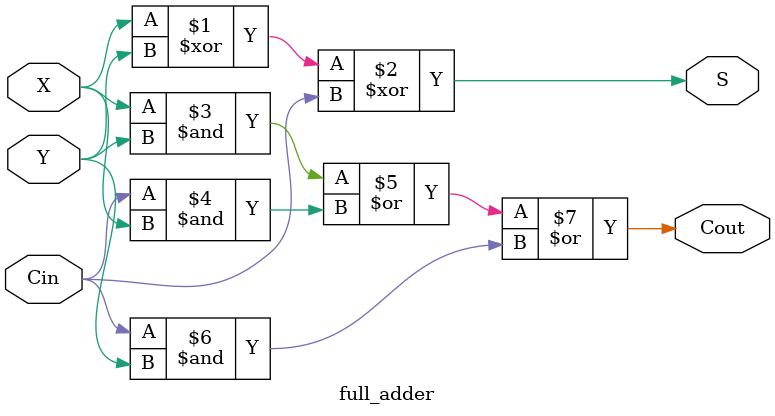
<source format=v>
`timescale 1ns / 1ps

module full_adder(
    input Cin, X, Y,
    output S, Cout);
    assign S = X ^ Y ^ Cin;
    assign Cout = (X & Y) | (Cin & X) | (Cin & Y);    
endmodule
</source>
